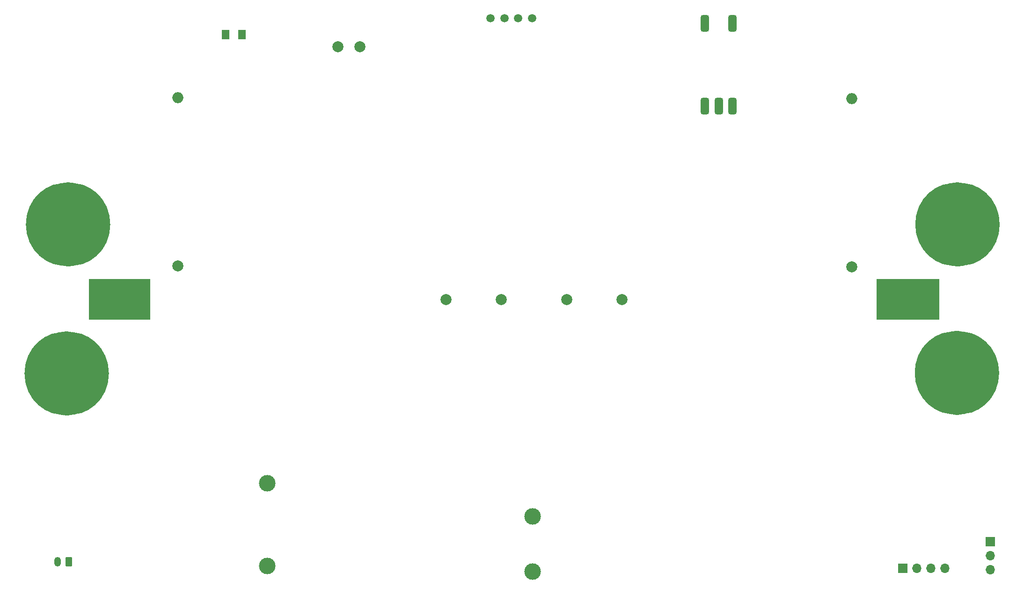
<source format=gbr>
G04 #@! TF.GenerationSoftware,KiCad,Pcbnew,8.0.1*
G04 #@! TF.CreationDate,2024-05-06T16:29:22+03:00*
G04 #@! TF.ProjectId,SmartAtt,536d6172-7441-4747-942e-6b696361645f,rev?*
G04 #@! TF.SameCoordinates,Original*
G04 #@! TF.FileFunction,Soldermask,Top*
G04 #@! TF.FilePolarity,Negative*
%FSLAX46Y46*%
G04 Gerber Fmt 4.6, Leading zero omitted, Abs format (unit mm)*
G04 Created by KiCad (PCBNEW 8.0.1) date 2024-05-06 16:29:22*
%MOMM*%
%LPD*%
G01*
G04 APERTURE LIST*
G04 Aperture macros list*
%AMRoundRect*
0 Rectangle with rounded corners*
0 $1 Rounding radius*
0 $2 $3 $4 $5 $6 $7 $8 $9 X,Y pos of 4 corners*
0 Add a 4 corners polygon primitive as box body*
4,1,4,$2,$3,$4,$5,$6,$7,$8,$9,$2,$3,0*
0 Add four circle primitives for the rounded corners*
1,1,$1+$1,$2,$3*
1,1,$1+$1,$4,$5*
1,1,$1+$1,$6,$7*
1,1,$1+$1,$8,$9*
0 Add four rect primitives between the rounded corners*
20,1,$1+$1,$2,$3,$4,$5,0*
20,1,$1+$1,$4,$5,$6,$7,0*
20,1,$1+$1,$6,$7,$8,$9,0*
20,1,$1+$1,$8,$9,$2,$3,0*%
G04 Aperture macros list end*
%ADD10C,0.100000*%
%ADD11C,7.653453*%
%ADD12R,1.700000X1.700000*%
%ADD13O,1.700000X1.700000*%
%ADD14C,3.000000*%
%ADD15C,1.500000*%
%ADD16R,1.000000X1.000000*%
%ADD17C,2.000000*%
%ADD18RoundRect,0.250001X0.462499X0.624999X-0.462499X0.624999X-0.462499X-0.624999X0.462499X-0.624999X0*%
%ADD19RoundRect,0.375000X-0.375000X-1.125000X0.375000X-1.125000X0.375000X1.125000X-0.375000X1.125000X0*%
%ADD20RoundRect,0.250000X0.350000X0.625000X-0.350000X0.625000X-0.350000X-0.625000X0.350000X-0.625000X0*%
%ADD21O,1.200000X1.750000*%
%ADD22O,2.000000X2.000000*%
G04 APERTURE END LIST*
D10*
X74750000Y-87000000D02*
X85750000Y-87000000D01*
X85750000Y-94250000D01*
X74750000Y-94250000D01*
X74750000Y-87000000D01*
G36*
X74750000Y-87000000D02*
G01*
X85750000Y-87000000D01*
X85750000Y-94250000D01*
X74750000Y-94250000D01*
X74750000Y-87000000D01*
G37*
D11*
X235726726Y-77103453D02*
G75*
G02*
X228073274Y-77103453I-3826726J0D01*
G01*
X228073274Y-77103453D02*
G75*
G02*
X235726726Y-77103453I3826726J0D01*
G01*
D10*
X217250000Y-87000000D02*
X228500000Y-87000000D01*
X228500000Y-94250000D01*
X217250000Y-94250000D01*
X217250000Y-87000000D01*
G36*
X217250000Y-87000000D02*
G01*
X228500000Y-87000000D01*
X228500000Y-94250000D01*
X217250000Y-94250000D01*
X217250000Y-87000000D01*
G37*
D11*
X74576726Y-104103453D02*
G75*
G02*
X66923274Y-104103453I-3826726J0D01*
G01*
X66923274Y-104103453D02*
G75*
G02*
X74576726Y-104103453I3826726J0D01*
G01*
X74826726Y-77103453D02*
G75*
G02*
X67173274Y-77103453I-3826726J0D01*
G01*
X67173274Y-77103453D02*
G75*
G02*
X74826726Y-77103453I3826726J0D01*
G01*
X235626726Y-104003453D02*
G75*
G02*
X227973274Y-104003453I-3826726J0D01*
G01*
X227973274Y-104003453D02*
G75*
G02*
X235626726Y-104003453I3826726J0D01*
G01*
D12*
X237800000Y-134575000D03*
D13*
X237800000Y-137115000D03*
X237800000Y-139655000D03*
D14*
X107000000Y-139000000D03*
X107000000Y-124000000D03*
X155000000Y-130000000D03*
X155000000Y-140000000D03*
D15*
X147450000Y-39750000D03*
X149950000Y-39750000D03*
X152450000Y-39750000D03*
X154950000Y-39750000D03*
D16*
X65400000Y-104000000D03*
D17*
X119800000Y-44900000D03*
X123800000Y-44900000D03*
D16*
X222800000Y-90700000D03*
X80300000Y-90600000D03*
D18*
X102487500Y-42750000D03*
X99512500Y-42750000D03*
D19*
X186200000Y-55700000D03*
X188700000Y-55700000D03*
X191200000Y-55700000D03*
X191200000Y-40700000D03*
X186200000Y-40700000D03*
D16*
X237400000Y-104200000D03*
D20*
X71100000Y-138250000D03*
D21*
X69100000Y-138250000D03*
D12*
X221980000Y-139400000D03*
D13*
X224520000Y-139400000D03*
X227060000Y-139400000D03*
X229600000Y-139400000D03*
D17*
X171200000Y-90700000D03*
X161200000Y-90700000D03*
X90850000Y-84595000D03*
D22*
X90850000Y-54115000D03*
D17*
X212800000Y-84795000D03*
D22*
X212800000Y-54315000D03*
D17*
X149400000Y-90700000D03*
X139400000Y-90700000D03*
M02*

</source>
